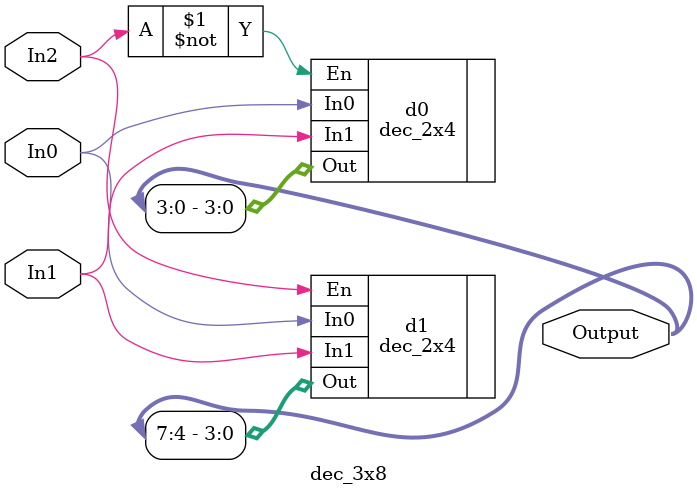
<source format=v>
module dec_3x8 (
input In0, In1, In2, //In2=MSB, In0=LSB
output [7:0]Output
);
//Instance 0
dec_2x4 d0(
    .En(~In2),
    .In0(In0),
    .In1(In1),
    .Out(Output[3:0])
);
//Instance 1
dec_2x4 d1(
    .En(In2),
    .In0(In0),
    .In1(In1),
    .Out(Output[7:4])
);
endmodule
</source>
